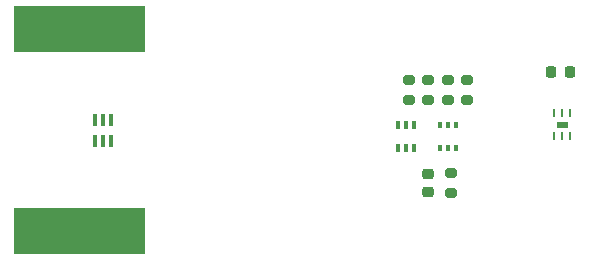
<source format=gbp>
%TF.GenerationSoftware,KiCad,Pcbnew,(6.0.5)*%
%TF.CreationDate,2022-07-09T16:09:43-07:00*%
%TF.ProjectId,solar-panel-side-Z-minus,736f6c61-722d-4706-916e-656c2d736964,rev?*%
%TF.SameCoordinates,Original*%
%TF.FileFunction,Paste,Bot*%
%TF.FilePolarity,Positive*%
%FSLAX46Y46*%
G04 Gerber Fmt 4.6, Leading zero omitted, Abs format (unit mm)*
G04 Created by KiCad (PCBNEW (6.0.5)) date 2022-07-09 16:09:43*
%MOMM*%
%LPD*%
G01*
G04 APERTURE LIST*
G04 Aperture macros list*
%AMRoundRect*
0 Rectangle with rounded corners*
0 $1 Rounding radius*
0 $2 $3 $4 $5 $6 $7 $8 $9 X,Y pos of 4 corners*
0 Add a 4 corners polygon primitive as box body*
4,1,4,$2,$3,$4,$5,$6,$7,$8,$9,$2,$3,0*
0 Add four circle primitives for the rounded corners*
1,1,$1+$1,$2,$3*
1,1,$1+$1,$4,$5*
1,1,$1+$1,$6,$7*
1,1,$1+$1,$8,$9*
0 Add four rect primitives between the rounded corners*
20,1,$1+$1,$2,$3,$4,$5,0*
20,1,$1+$1,$4,$5,$6,$7,0*
20,1,$1+$1,$6,$7,$8,$9,0*
20,1,$1+$1,$8,$9,$2,$3,0*%
G04 Aperture macros list end*
%ADD10C,0.010000*%
%ADD11R,11.000000X4.000000*%
%ADD12R,1.000000X4.000000*%
%ADD13R,0.350000X1.000000*%
%ADD14RoundRect,0.200000X-0.275000X0.200000X-0.275000X-0.200000X0.275000X-0.200000X0.275000X0.200000X0*%
%ADD15RoundRect,0.200000X0.275000X-0.200000X0.275000X0.200000X-0.275000X0.200000X-0.275000X-0.200000X0*%
%ADD16R,0.400000X0.650000*%
%ADD17RoundRect,0.225000X-0.250000X0.225000X-0.250000X-0.225000X0.250000X-0.225000X0.250000X0.225000X0*%
%ADD18R,0.400000X0.600000*%
%ADD19RoundRect,0.225000X-0.225000X-0.250000X0.225000X-0.250000X0.225000X0.250000X-0.225000X0.250000X0*%
%ADD20R,0.270000X0.740000*%
G04 APERTURE END LIST*
G36*
X160704000Y-96222000D02*
G01*
X159844000Y-96222000D01*
X159844000Y-95802000D01*
X160704000Y-95802000D01*
X160704000Y-96222000D01*
G37*
D10*
X160704000Y-96222000D02*
X159844000Y-96222000D01*
X159844000Y-95802000D01*
X160704000Y-95802000D01*
X160704000Y-96222000D01*
D11*
X119380000Y-87980000D03*
D12*
X124460000Y-87980000D03*
D11*
X119380000Y-105060000D03*
D12*
X124460000Y-105060000D03*
D13*
X120762000Y-95620000D03*
X121412000Y-95620000D03*
X122062000Y-95620000D03*
X122062000Y-97420000D03*
X121412000Y-97420000D03*
X120762000Y-97420000D03*
D14*
X148971000Y-92266000D03*
X148971000Y-93916000D03*
X152273000Y-92266000D03*
X152273000Y-93916000D03*
D15*
X147320000Y-93916000D03*
X147320000Y-92266000D03*
D14*
X150622000Y-92266000D03*
X150622000Y-93916000D03*
D16*
X146416000Y-96078000D03*
X147066000Y-96078000D03*
X147716000Y-96078000D03*
X147716000Y-97978000D03*
X147066000Y-97978000D03*
X146416000Y-97978000D03*
D17*
X148971000Y-100190000D03*
X148971000Y-101740000D03*
D15*
X150876000Y-101790000D03*
X150876000Y-100140000D03*
D18*
X149972000Y-96078000D03*
X150622000Y-96078000D03*
X151272000Y-96078000D03*
X151272000Y-97978000D03*
X150622000Y-97978000D03*
X149972000Y-97978000D03*
D19*
X159372000Y-91567000D03*
X160922000Y-91567000D03*
D20*
X159624000Y-95017000D03*
X160274000Y-95017000D03*
X160924000Y-95017000D03*
X160924000Y-97007000D03*
X160274000Y-97007000D03*
X159624000Y-97007000D03*
M02*

</source>
